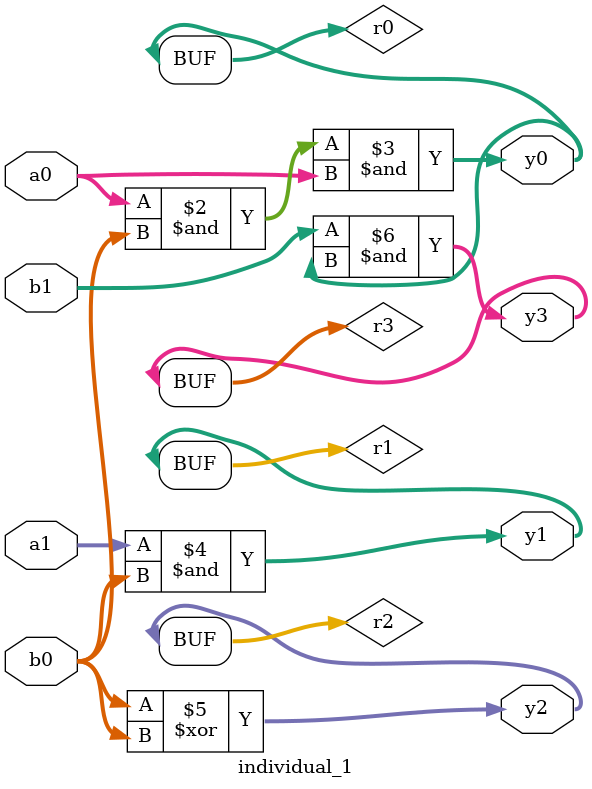
<source format=sv>
module individual_1(input logic [15:0] a1, input logic [15:0] a0, input logic [15:0] b1, input logic [15:0] b0, output logic [15:0] y3, output logic [15:0] y2, output logic [15:0] y1, output logic [15:0] y0);
logic [15:0] r0, r1, r2, r3; 
 always@(*) begin 
	 r0 = a0; r1 = a1; r2 = b0; r3 = b1; 
 	 r0  &=  b0 ;
 	 r0  &=  a0 ;
 	 r1  &=  b0 ;
 	 r2  ^=  b0 ;
 	 r3  &=  r0 ;
 	 y3 = r3; y2 = r2; y1 = r1; y0 = r0; 
end
endmodule
</source>
